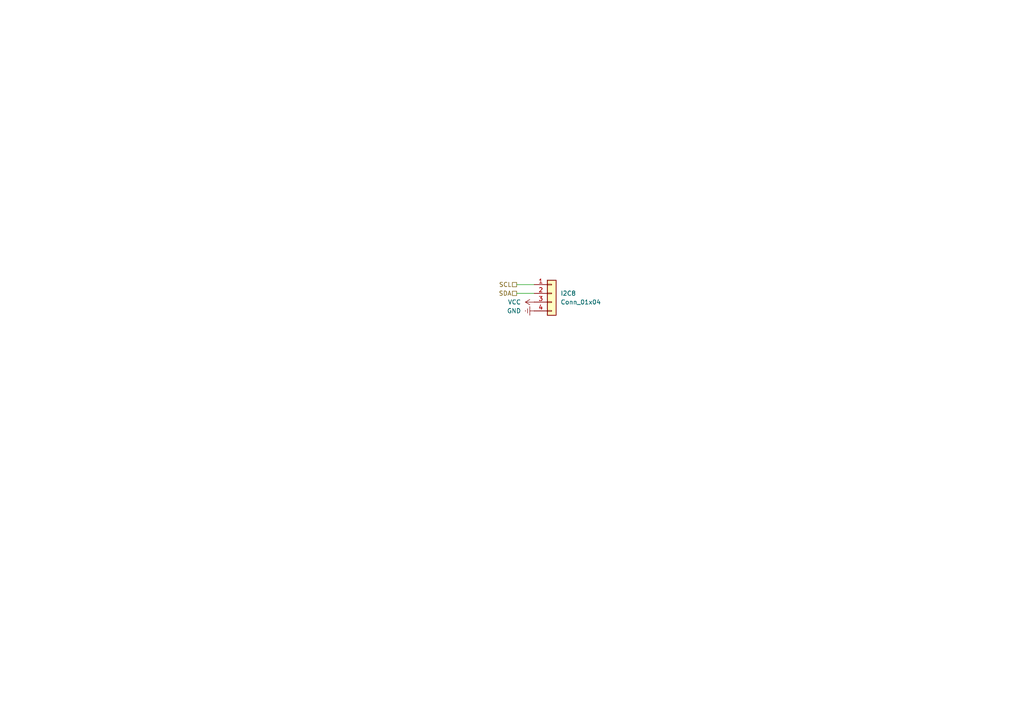
<source format=kicad_sch>
(kicad_sch (version 20231120) (generator "eeschema") (generator_version "8.0")
  (paper "A4")
  (title_block (title "Shadow") (date "2025-01-05") (rev "0.1") (company "York Mills Collegiate Institute") (comment 1 "Shenanigans are afoot :)"))
  (lib_symbols
    (symbol "Connector_Generic:Conn_01x04" (pin_names (offset 1.016) hide)
      (property "Reference" "J" (at 0 5.08 0))
      (property "Value" "Conn_01x04" (at 0 -7.62 0))
      (symbol "Conn_01x04_1_1"
        (rectangle (start -1.27 -4.953) (end 0 -5.207) (stroke (width 0.1524)))
        (rectangle (start -1.27 -2.413) (end 0 -2.667) (stroke (width 0.1524)))
        (rectangle (start -1.27 0.127) (end 0 -0.127) (stroke (width 0.1524)))
        (rectangle (start -1.27 2.667) (end 0 2.413) (stroke (width 0.1524)))
        (rectangle (start -1.27 3.81) (end 1.27 -6.35) (stroke (width 0.254)) (fill (type background)))
        (pin passive line (at -5.08 2.54 0) (length 3.81) (name "Pin_1") (number "1"))
        (pin passive line (at -5.08 0 0) (length 3.81) (name "Pin_2") (number "2"))
        (pin passive line (at -5.08 -2.54 0) (length 3.81) (name "Pin_3") (number "3"))
        (pin passive line (at -5.08 -5.08 0) (length 3.81) (name "Pin_4") (number "4"))
      )
    )
    (symbol "power:Earth" (power) (pin_numbers hide) (pin_names (offset 0) hide)
      (property "Value" "Earth" (at 0 -3.81 0))
      (symbol "Earth_0_1"
        (polyline (pts (xy -0.635 -1.905) (xy 0.635 -1.905)))
        (polyline (pts (xy -0.127 -2.54) (xy 0.127 -2.54)))
        (polyline (pts (xy 0 -1.27) (xy 0 0)))
        (polyline (pts (xy 1.27 -1.27) (xy -1.27 -1.27)))
      )
      (symbol "Earth_1_1"
        (pin power_in line (at 0 0 270) (length 0) (name "~") (number "1"))
      )
    )
    (symbol "power:VCC" (power) (pin_numbers hide) (pin_names (offset 0) hide)
      (property "Value" "VCC" (at 0 3.556 0))
      (symbol "VCC_0_1"
        (polyline (pts (xy -0.762 1.27) (xy 0 2.54)))
        (polyline (pts (xy 0 0) (xy 0 2.54)))
        (polyline (pts (xy 0 2.54) (xy 0.762 1.27)))
      )
      (symbol "VCC_1_1"
        (pin power_in line (at 0 0 90) (length 0) (name "~") (number "1"))
      )
    )
  )
  (wire (pts (xy 149.86 85.09) (xy 154.94 85.09)))
  (wire (pts (xy 149.86 82.55) (xy 154.94 82.55)))
  (hierarchical_label "SCL" (shape passive) (at 149.86 82.55 180))
  (hierarchical_label "SDA" (shape passive) (at 149.86 85.09 180))
  (symbol (lib_id "Connector_Generic:Conn_01x04") (at 160.02 85.09 0) (unit 1)
    (property "Reference" "I2C8" (at 162.56 85.0899 0) (effects (justify left)))
    (property "Value" "Conn_01x04" (at 162.56 87.6299 0) (effects (justify left)))
    (property "Footprint" "Connector_PinSocket_2.54mm:PinSocket_1x04_P2.54mm_Vertical" (effects (hide yes)))
    (property "Description" "Generic connector, single row, 01x04, script generated (kicad-library-utils/schlib/autogen/connector/)" (effects (hide yes)))
    (instances (project "shadow" (path "" (reference "I2C8") (unit 1)) (path "" (reference "I2C12") (unit 1)) (path "" (reference "I2C10") (unit 1)) (path "" (reference "I2C11") (unit 1)) (path "" (reference "I2C1") (unit 1)) (path "" (reference "I2C6") (unit 1)) (path "" (reference "I2C0") (unit 1)) (path "" (reference "I2C9") (unit 1)) (path "" (reference "I2C5") (unit 1)) (path "" (reference "I2C4") (unit 1)) (path "" (reference "I2C3") (unit 1)) (path "" (reference "I2C7") (unit 1)) (path "" (reference "I2C2") (unit 1))))
  )
  (symbol (lib_id "power:Earth") (at 154.94 90.17 270) (unit 1)
    (property "Reference" "#PWR068" (effects (hide yes)))
    (property "Value" "GND" (at 151.13 90.1699 90) (effects (justify right)))
    (property "Description" "Power symbol creates a global label with name \"Earth\"" (effects (hide yes)))
    (instances (project "shadow" (path "" (reference "#PWR068") (unit 1)) (path "" (reference "#PWR076") (unit 1)) (path "" (reference "#PWR072") (unit 1)) (path "" (reference "#PWR074") (unit 1)) (path "" (reference "#PWR054") (unit 1)) (path "" (reference "#PWR064") (unit 1)) (path "" (reference "#PWR025") (unit 1)) (path "" (reference "#PWR070") (unit 1)) (path "" (reference "#PWR062") (unit 1)) (path "" (reference "#PWR060") (unit 1)) (path "" (reference "#PWR058") (unit 1)) (path "" (reference "#PWR066") (unit 1)) (path "" (reference "#PWR056") (unit 1))))
  )
  (symbol (lib_id "power:VCC") (at 154.94 87.63 90) (unit 1)
    (property "Reference" "#PWR067" (effects (hide yes)))
    (property "Value" "VCC" (at 151.13 87.6299 90) (effects (justify left)))
    (property "Description" "Power symbol creates a global label with name \"VCC\"" (effects (hide yes)))
    (instances (project "shadow" (path "" (reference "#PWR067") (unit 1)) (path "" (reference "#PWR075") (unit 1)) (path "" (reference "#PWR071") (unit 1)) (path "" (reference "#PWR073") (unit 1)) (path "" (reference "#PWR028") (unit 1)) (path "" (reference "#PWR063") (unit 1)) (path "" (reference "#PWR022") (unit 1)) (path "" (reference "#PWR069") (unit 1)) (path "" (reference "#PWR061") (unit 1)) (path "" (reference "#PWR059") (unit 1)) (path "" (reference "#PWR057") (unit 1)) (path "" (reference "#PWR065") (unit 1)) (path "" (reference "#PWR055") (unit 1))))
  )
)
</source>
